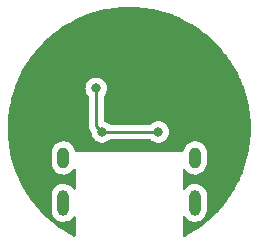
<source format=gbl>
G04 #@! TF.GenerationSoftware,KiCad,Pcbnew,(7.0.0)*
G04 #@! TF.CreationDate,2024-02-07T22:18:46+08:00*
G04 #@! TF.ProjectId,simple charger,73696d70-6c65-4206-9368-61726765722e,rev?*
G04 #@! TF.SameCoordinates,Original*
G04 #@! TF.FileFunction,Copper,L2,Bot*
G04 #@! TF.FilePolarity,Positive*
%FSLAX46Y46*%
G04 Gerber Fmt 4.6, Leading zero omitted, Abs format (unit mm)*
G04 Created by KiCad (PCBNEW (7.0.0)) date 2024-02-07 22:18:46*
%MOMM*%
%LPD*%
G01*
G04 APERTURE LIST*
G04 #@! TA.AperFunction,ComponentPad*
%ADD10O,1.000000X1.800000*%
G04 #@! TD*
G04 #@! TA.AperFunction,ComponentPad*
%ADD11O,1.000000X2.200000*%
G04 #@! TD*
G04 #@! TA.AperFunction,ViaPad*
%ADD12C,0.800000*%
G04 #@! TD*
G04 #@! TA.AperFunction,Conductor*
%ADD13C,0.250000*%
G04 #@! TD*
G04 APERTURE END LIST*
D10*
X105575299Y-102499999D03*
X94424399Y-102499999D03*
D11*
X94424699Y-106299999D03*
X105575299Y-106299999D03*
D12*
X97700000Y-100300000D03*
X97200000Y-96600000D03*
X102474500Y-100300000D03*
D13*
X102474500Y-100300000D02*
X97700000Y-100300000D01*
X97200000Y-99800000D02*
X97700000Y-100300000D01*
X97200000Y-96600000D02*
X97200000Y-99800000D01*
G04 #@! TA.AperFunction,NonConductor*
G36*
X100175013Y-89707987D02*
G01*
X100463990Y-89717018D01*
X100467762Y-89717193D01*
X100809538Y-89738329D01*
X100813373Y-89738628D01*
X101101229Y-89765685D01*
X101104837Y-89766079D01*
X101444730Y-89808279D01*
X101448640Y-89808829D01*
X101734190Y-89853799D01*
X101737585Y-89854383D01*
X102074382Y-89917510D01*
X102078289Y-89918310D01*
X102360466Y-89981019D01*
X102363755Y-89981800D01*
X102696060Y-90065607D01*
X102699968Y-90066663D01*
X102977584Y-90146842D01*
X102980727Y-90147797D01*
X103307276Y-90251971D01*
X103311365Y-90253354D01*
X103583172Y-90350617D01*
X103586201Y-90351746D01*
X103905889Y-90475951D01*
X103909833Y-90477564D01*
X104174957Y-90591574D01*
X104177895Y-90592884D01*
X104489389Y-90736621D01*
X104493351Y-90738537D01*
X104746587Y-90866726D01*
X104750628Y-90868772D01*
X104753372Y-90870205D01*
X105055664Y-91033036D01*
X105059554Y-91035227D01*
X105307957Y-91181130D01*
X105310516Y-91182675D01*
X105602372Y-91363974D01*
X105606275Y-91366502D01*
X105844841Y-91527468D01*
X105847294Y-91529166D01*
X106127502Y-91728202D01*
X106131332Y-91731034D01*
X106359258Y-91906486D01*
X106361462Y-91908226D01*
X106629086Y-92124367D01*
X106632744Y-92127441D01*
X106848987Y-92316533D01*
X106851054Y-92318383D01*
X107105134Y-92550912D01*
X107108699Y-92554308D01*
X107312385Y-92756210D01*
X107314292Y-92758143D01*
X107553773Y-93006157D01*
X107557146Y-93009794D01*
X107747618Y-93223783D01*
X107749284Y-93225696D01*
X107973302Y-93488372D01*
X107976523Y-93492310D01*
X108143317Y-93705088D01*
X108152912Y-93717328D01*
X108154457Y-93719342D01*
X108362111Y-93995712D01*
X108365152Y-93999941D01*
X108526834Y-94235079D01*
X108528202Y-94237111D01*
X108718689Y-94526208D01*
X108721508Y-94530693D01*
X108867908Y-94774990D01*
X108869102Y-94777026D01*
X109041658Y-95077810D01*
X109044237Y-95082540D01*
X109174789Y-95334908D01*
X109175814Y-95336934D01*
X109329800Y-95648447D01*
X109332100Y-95653371D01*
X109446349Y-95912736D01*
X109447210Y-95914740D01*
X109581949Y-96235820D01*
X109583987Y-96240999D01*
X109681545Y-96506249D01*
X109682251Y-96508219D01*
X109797171Y-96837735D01*
X109798911Y-96843115D01*
X109879477Y-97113138D01*
X109880034Y-97115062D01*
X109974628Y-97451866D01*
X109976052Y-97457430D01*
X110039370Y-97730957D01*
X110039788Y-97732826D01*
X110113628Y-98075826D01*
X110114721Y-98081554D01*
X110160670Y-98357496D01*
X110160956Y-98359300D01*
X110213636Y-98707212D01*
X110214383Y-98713086D01*
X110242880Y-98990073D01*
X110243046Y-98991801D01*
X110274271Y-99343625D01*
X110274657Y-99349623D01*
X110285749Y-99626471D01*
X110285804Y-99628118D01*
X110295289Y-99982578D01*
X110295302Y-99988677D01*
X110289121Y-100264120D01*
X110289076Y-100265678D01*
X110276612Y-100621590D01*
X110276241Y-100627768D01*
X110253017Y-100900583D01*
X110252884Y-100902045D01*
X110218311Y-101258220D01*
X110217546Y-101264451D01*
X110177624Y-101533333D01*
X110177414Y-101534698D01*
X110120607Y-101890026D01*
X110119441Y-101896285D01*
X110063280Y-102159930D01*
X110063004Y-102161190D01*
X109983878Y-102514553D01*
X109982304Y-102520814D01*
X109910509Y-102777869D01*
X109910180Y-102779026D01*
X109808649Y-103129401D01*
X109806662Y-103135636D01*
X109719962Y-103384817D01*
X109719592Y-103385867D01*
X109595599Y-103732183D01*
X109593197Y-103738366D01*
X109492480Y-103978379D01*
X109492079Y-103979322D01*
X109345535Y-104320611D01*
X109342717Y-104326714D01*
X109229208Y-104555934D01*
X109228790Y-104556770D01*
X109059431Y-104892388D01*
X109056196Y-104898383D01*
X108931193Y-105115556D01*
X108930768Y-105116288D01*
X108738392Y-105445300D01*
X108734745Y-105451157D01*
X108600054Y-105654622D01*
X108599634Y-105655252D01*
X108383646Y-105977236D01*
X108379590Y-105982929D01*
X108237522Y-106170886D01*
X108237118Y-106171418D01*
X107996568Y-106486131D01*
X107992111Y-106491630D01*
X107845700Y-106662066D01*
X107845322Y-106662504D01*
X107578642Y-106970030D01*
X107573791Y-106975307D01*
X107427344Y-107125673D01*
X107427002Y-107126023D01*
X107131493Y-107427051D01*
X107126260Y-107432078D01*
X106986473Y-107558726D01*
X106986175Y-107558996D01*
X106656833Y-107855446D01*
X106651231Y-107860196D01*
X106530365Y-107956671D01*
X106530121Y-107956865D01*
X106156477Y-108253572D01*
X106150520Y-108258018D01*
X106073936Y-108311678D01*
X106073752Y-108311806D01*
X105633083Y-108619383D01*
X105626672Y-108623570D01*
X105090325Y-108950642D01*
X105083667Y-108954425D01*
X104707402Y-109153115D01*
X104645989Y-109167414D01*
X104585484Y-109149662D01*
X104541532Y-109104448D01*
X104525500Y-109043464D01*
X104525500Y-107546214D01*
X104541081Y-107486036D01*
X104583909Y-107440982D01*
X104643221Y-107422373D01*
X104704111Y-107434887D01*
X104749560Y-107473905D01*
X104749891Y-107474502D01*
X104753981Y-107479266D01*
X104753983Y-107479269D01*
X104804656Y-107538295D01*
X104882434Y-107628895D01*
X104887403Y-107632742D01*
X104887406Y-107632744D01*
X104937770Y-107671728D01*
X105043342Y-107753448D01*
X105048990Y-107756218D01*
X105048991Y-107756219D01*
X105148583Y-107805071D01*
X105226029Y-107843060D01*
X105423015Y-107894063D01*
X105626236Y-107904369D01*
X105827371Y-107873556D01*
X106018187Y-107802886D01*
X106190871Y-107695252D01*
X106338353Y-107555059D01*
X106454595Y-107388049D01*
X106534840Y-107201058D01*
X106575800Y-107001741D01*
X106575800Y-105649258D01*
X106560374Y-105497562D01*
X106499459Y-105303412D01*
X106400709Y-105125498D01*
X106268166Y-104971105D01*
X106263196Y-104967258D01*
X106263193Y-104967255D01*
X106166473Y-104892388D01*
X106107258Y-104846552D01*
X106101612Y-104843782D01*
X106101608Y-104843780D01*
X105930215Y-104759708D01*
X105930210Y-104759706D01*
X105924571Y-104756940D01*
X105918487Y-104755364D01*
X105918485Y-104755364D01*
X105733665Y-104707511D01*
X105733662Y-104707510D01*
X105727585Y-104705937D01*
X105721316Y-104705619D01*
X105721309Y-104705618D01*
X105530645Y-104695949D01*
X105530639Y-104695949D01*
X105524364Y-104695631D01*
X105518152Y-104696582D01*
X105518145Y-104696583D01*
X105329443Y-104725491D01*
X105329433Y-104725493D01*
X105323229Y-104726444D01*
X105317340Y-104728624D01*
X105317332Y-104728627D01*
X105138313Y-104794928D01*
X105138305Y-104794931D01*
X105132413Y-104797114D01*
X105127079Y-104800438D01*
X105127072Y-104800442D01*
X104965065Y-104901421D01*
X104965057Y-104901426D01*
X104959729Y-104904748D01*
X104955175Y-104909076D01*
X104955171Y-104909080D01*
X104816803Y-105040609D01*
X104816797Y-105040615D01*
X104812247Y-105044941D01*
X104808657Y-105050098D01*
X104808656Y-105050100D01*
X104751275Y-105132542D01*
X104704109Y-105173033D01*
X104643220Y-105185546D01*
X104583908Y-105166937D01*
X104541081Y-105121882D01*
X104525500Y-105061705D01*
X104525500Y-103546214D01*
X104541081Y-103486036D01*
X104583909Y-103440982D01*
X104643221Y-103422373D01*
X104704111Y-103434887D01*
X104749560Y-103473905D01*
X104749891Y-103474502D01*
X104753981Y-103479266D01*
X104753983Y-103479269D01*
X104804286Y-103537864D01*
X104882434Y-103628895D01*
X105043342Y-103753448D01*
X105048990Y-103756218D01*
X105048991Y-103756219D01*
X105148583Y-103805071D01*
X105226029Y-103843060D01*
X105423015Y-103894063D01*
X105626236Y-103904369D01*
X105827371Y-103873556D01*
X106018187Y-103802886D01*
X106190871Y-103695252D01*
X106338353Y-103555059D01*
X106454595Y-103388049D01*
X106534840Y-103201058D01*
X106575800Y-103001741D01*
X106575800Y-102049258D01*
X106560374Y-101897562D01*
X106499459Y-101703412D01*
X106400709Y-101525498D01*
X106268166Y-101371105D01*
X106263196Y-101367258D01*
X106263193Y-101367255D01*
X106130381Y-101264451D01*
X106107258Y-101246552D01*
X106101612Y-101243782D01*
X106101608Y-101243780D01*
X105930215Y-101159708D01*
X105930210Y-101159706D01*
X105924571Y-101156940D01*
X105918487Y-101155364D01*
X105918485Y-101155364D01*
X105733665Y-101107511D01*
X105733662Y-101107510D01*
X105727585Y-101105937D01*
X105721316Y-101105619D01*
X105721309Y-101105618D01*
X105530645Y-101095949D01*
X105530639Y-101095949D01*
X105524364Y-101095631D01*
X105518152Y-101096582D01*
X105518145Y-101096583D01*
X105329443Y-101125491D01*
X105329433Y-101125493D01*
X105323229Y-101126444D01*
X105317340Y-101128624D01*
X105317332Y-101128627D01*
X105138313Y-101194928D01*
X105138305Y-101194931D01*
X105132413Y-101197114D01*
X105127079Y-101200438D01*
X105127072Y-101200442D01*
X104965065Y-101301421D01*
X104965057Y-101301426D01*
X104959729Y-101304748D01*
X104955175Y-101309076D01*
X104955171Y-101309080D01*
X104816803Y-101440609D01*
X104816797Y-101440615D01*
X104812247Y-101444941D01*
X104808657Y-101450098D01*
X104808656Y-101450100D01*
X104699595Y-101606792D01*
X104699592Y-101606797D01*
X104696005Y-101611951D01*
X104693529Y-101617719D01*
X104693527Y-101617724D01*
X104618239Y-101793163D01*
X104618236Y-101793171D01*
X104615760Y-101798942D01*
X104614495Y-101805097D01*
X104614493Y-101805104D01*
X104597986Y-101885432D01*
X104595494Y-101897562D01*
X104594898Y-101900460D01*
X104571493Y-101951401D01*
X104528045Y-101986828D01*
X104473436Y-101999500D01*
X95530882Y-101999500D01*
X95476274Y-101986828D01*
X95432827Y-101951402D01*
X95409867Y-101901435D01*
X95409474Y-101897562D01*
X95348559Y-101703412D01*
X95249809Y-101525498D01*
X95117266Y-101371105D01*
X95112296Y-101367258D01*
X95112293Y-101367255D01*
X94979481Y-101264451D01*
X94956358Y-101246552D01*
X94950712Y-101243782D01*
X94950708Y-101243780D01*
X94779315Y-101159708D01*
X94779310Y-101159706D01*
X94773671Y-101156940D01*
X94767587Y-101155364D01*
X94767585Y-101155364D01*
X94582765Y-101107511D01*
X94582762Y-101107510D01*
X94576685Y-101105937D01*
X94570416Y-101105619D01*
X94570409Y-101105618D01*
X94379745Y-101095949D01*
X94379739Y-101095949D01*
X94373464Y-101095631D01*
X94367252Y-101096582D01*
X94367245Y-101096583D01*
X94178543Y-101125491D01*
X94178533Y-101125493D01*
X94172329Y-101126444D01*
X94166440Y-101128624D01*
X94166432Y-101128627D01*
X93987413Y-101194928D01*
X93987405Y-101194931D01*
X93981513Y-101197114D01*
X93976179Y-101200438D01*
X93976172Y-101200442D01*
X93814165Y-101301421D01*
X93814157Y-101301426D01*
X93808829Y-101304748D01*
X93804275Y-101309076D01*
X93804271Y-101309080D01*
X93665903Y-101440609D01*
X93665897Y-101440615D01*
X93661347Y-101444941D01*
X93657757Y-101450098D01*
X93657756Y-101450100D01*
X93548695Y-101606792D01*
X93548692Y-101606797D01*
X93545105Y-101611951D01*
X93542629Y-101617719D01*
X93542627Y-101617724D01*
X93467339Y-101793163D01*
X93467336Y-101793171D01*
X93464860Y-101798942D01*
X93463594Y-101805100D01*
X93463594Y-101805102D01*
X93425165Y-101992100D01*
X93425164Y-101992106D01*
X93423900Y-101998259D01*
X93423900Y-102950742D01*
X93424216Y-102953853D01*
X93424217Y-102953865D01*
X93429086Y-103001741D01*
X93439326Y-103102438D01*
X93500241Y-103296588D01*
X93503292Y-103302086D01*
X93503294Y-103302089D01*
X93570057Y-103422373D01*
X93598991Y-103474502D01*
X93731534Y-103628895D01*
X93892442Y-103753448D01*
X93898090Y-103756218D01*
X93898091Y-103756219D01*
X93997683Y-103805071D01*
X94075129Y-103843060D01*
X94272115Y-103894063D01*
X94475336Y-103904369D01*
X94676471Y-103873556D01*
X94867287Y-103802886D01*
X95039971Y-103695252D01*
X95187453Y-103555059D01*
X95248724Y-103467027D01*
X95295891Y-103426536D01*
X95356780Y-103414023D01*
X95416092Y-103432632D01*
X95458919Y-103477687D01*
X95474500Y-103537864D01*
X95474500Y-105053786D01*
X95458919Y-105113964D01*
X95416091Y-105159018D01*
X95356779Y-105177627D01*
X95295889Y-105165113D01*
X95250439Y-105126094D01*
X95250109Y-105125498D01*
X95242202Y-105116288D01*
X95121659Y-104975873D01*
X95117566Y-104971105D01*
X95112596Y-104967258D01*
X95112593Y-104967255D01*
X95015873Y-104892388D01*
X94956658Y-104846552D01*
X94951012Y-104843782D01*
X94951008Y-104843780D01*
X94779615Y-104759708D01*
X94779610Y-104759706D01*
X94773971Y-104756940D01*
X94767887Y-104755364D01*
X94767885Y-104755364D01*
X94583065Y-104707511D01*
X94583062Y-104707510D01*
X94576985Y-104705937D01*
X94570716Y-104705619D01*
X94570709Y-104705618D01*
X94380045Y-104695949D01*
X94380039Y-104695949D01*
X94373764Y-104695631D01*
X94367552Y-104696582D01*
X94367545Y-104696583D01*
X94178843Y-104725491D01*
X94178833Y-104725493D01*
X94172629Y-104726444D01*
X94166740Y-104728624D01*
X94166732Y-104728627D01*
X93987713Y-104794928D01*
X93987705Y-104794931D01*
X93981813Y-104797114D01*
X93976479Y-104800438D01*
X93976472Y-104800442D01*
X93814465Y-104901421D01*
X93814457Y-104901426D01*
X93809129Y-104904748D01*
X93804575Y-104909076D01*
X93804571Y-104909080D01*
X93666203Y-105040609D01*
X93666197Y-105040615D01*
X93661647Y-105044941D01*
X93658057Y-105050098D01*
X93658056Y-105050100D01*
X93548995Y-105206792D01*
X93548992Y-105206797D01*
X93545405Y-105211951D01*
X93542929Y-105217719D01*
X93542927Y-105217724D01*
X93467639Y-105393163D01*
X93467636Y-105393171D01*
X93465160Y-105398942D01*
X93463894Y-105405100D01*
X93463894Y-105405102D01*
X93425465Y-105592100D01*
X93425464Y-105592106D01*
X93424200Y-105598259D01*
X93424200Y-106950742D01*
X93424516Y-106953853D01*
X93424517Y-106953865D01*
X93429386Y-107001741D01*
X93439626Y-107102438D01*
X93500541Y-107296588D01*
X93503592Y-107302086D01*
X93503594Y-107302089D01*
X93577303Y-107434887D01*
X93599291Y-107474502D01*
X93731834Y-107628895D01*
X93736803Y-107632742D01*
X93736806Y-107632744D01*
X93787170Y-107671728D01*
X93892742Y-107753448D01*
X93898390Y-107756218D01*
X93898391Y-107756219D01*
X93997983Y-107805071D01*
X94075429Y-107843060D01*
X94272415Y-107894063D01*
X94475636Y-107904369D01*
X94676771Y-107873556D01*
X94867587Y-107802886D01*
X95040271Y-107695252D01*
X95187753Y-107555059D01*
X95248724Y-107467458D01*
X95295891Y-107426967D01*
X95356780Y-107414454D01*
X95416092Y-107433063D01*
X95458919Y-107478118D01*
X95474500Y-107538295D01*
X95474500Y-109043464D01*
X95458468Y-109104448D01*
X95414516Y-109149662D01*
X95354011Y-109167414D01*
X95292598Y-109153115D01*
X95200436Y-109104448D01*
X94916321Y-108954419D01*
X94909685Y-108950648D01*
X94373322Y-108623567D01*
X94366916Y-108619383D01*
X93926246Y-108311806D01*
X93926096Y-108311631D01*
X93926064Y-108311678D01*
X93849479Y-108258018D01*
X93843521Y-108253572D01*
X93469877Y-107956865D01*
X93469633Y-107956671D01*
X93348767Y-107860196D01*
X93343165Y-107855445D01*
X93013824Y-107558995D01*
X93013526Y-107558727D01*
X92925826Y-107479271D01*
X92873734Y-107432076D01*
X92868505Y-107427051D01*
X92856139Y-107414454D01*
X92572841Y-107125865D01*
X92426197Y-106975296D01*
X92421368Y-106970043D01*
X92154642Y-106662465D01*
X92154533Y-106662338D01*
X92007860Y-106491597D01*
X92003443Y-106486147D01*
X91762880Y-106171418D01*
X91762476Y-106170886D01*
X91620408Y-105982929D01*
X91616352Y-105977236D01*
X91400364Y-105655252D01*
X91399944Y-105654622D01*
X91358555Y-105592100D01*
X91265252Y-105451155D01*
X91261606Y-105445300D01*
X91175426Y-105297910D01*
X91069180Y-105116201D01*
X91068805Y-105115556D01*
X91033251Y-105053786D01*
X90943787Y-104898356D01*
X90940582Y-104892416D01*
X90771139Y-104556632D01*
X90770846Y-104556047D01*
X90657270Y-104326690D01*
X90654474Y-104320636D01*
X90507800Y-103979044D01*
X90507599Y-103978570D01*
X90406793Y-103738347D01*
X90404407Y-103732203D01*
X90280364Y-103385747D01*
X90280036Y-103384817D01*
X90247249Y-103290584D01*
X90193331Y-103135621D01*
X90191358Y-103129430D01*
X90089767Y-102778848D01*
X90089538Y-102778043D01*
X90017685Y-102520778D01*
X90016127Y-102514581D01*
X89936983Y-102161140D01*
X89936742Y-102160041D01*
X89880546Y-101896229D01*
X89879401Y-101890082D01*
X89822544Y-101534442D01*
X89822413Y-101533587D01*
X89782445Y-101264401D01*
X89781693Y-101258272D01*
X89747108Y-100901989D01*
X89746981Y-100900583D01*
X89723753Y-100627713D01*
X89723389Y-100621647D01*
X89710914Y-100265430D01*
X89710883Y-100264344D01*
X89704696Y-99988640D01*
X89704708Y-99982617D01*
X89714202Y-99627849D01*
X89714240Y-99626716D01*
X89725343Y-99349582D01*
X89725724Y-99343666D01*
X89756954Y-98991772D01*
X89757118Y-98990073D01*
X89785615Y-98713086D01*
X89786359Y-98707233D01*
X89839080Y-98359057D01*
X89839294Y-98357709D01*
X89885286Y-98081504D01*
X89886360Y-98075878D01*
X89960232Y-97732726D01*
X89960604Y-97731063D01*
X90023956Y-97457389D01*
X90025359Y-97451906D01*
X90119980Y-97115005D01*
X90120521Y-97113138D01*
X90201101Y-96843070D01*
X90202812Y-96837780D01*
X90285738Y-96600000D01*
X96294540Y-96600000D01*
X96295219Y-96606460D01*
X96313646Y-96781795D01*
X96313647Y-96781803D01*
X96314326Y-96788256D01*
X96316331Y-96794428D01*
X96316333Y-96794435D01*
X96370813Y-96962105D01*
X96372821Y-96968284D01*
X96467467Y-97132216D01*
X96471811Y-97137041D01*
X96471813Y-97137043D01*
X96542650Y-97215715D01*
X96566264Y-97254249D01*
X96574500Y-97298687D01*
X96574500Y-99722225D01*
X96573978Y-99733280D01*
X96572327Y-99740667D01*
X96572571Y-99748453D01*
X96572571Y-99748461D01*
X96574439Y-99807873D01*
X96574500Y-99811768D01*
X96574500Y-99839350D01*
X96574988Y-99843219D01*
X96574989Y-99843225D01*
X96575004Y-99843343D01*
X96575918Y-99854966D01*
X96577045Y-99890830D01*
X96577046Y-99890837D01*
X96577291Y-99898627D01*
X96579467Y-99906119D01*
X96579468Y-99906121D01*
X96582879Y-99917862D01*
X96586825Y-99936915D01*
X96589336Y-99956792D01*
X96592206Y-99964042D01*
X96592208Y-99964048D01*
X96605414Y-99997404D01*
X96609197Y-100008451D01*
X96621382Y-100050390D01*
X96625353Y-100057105D01*
X96625354Y-100057107D01*
X96631581Y-100067637D01*
X96640136Y-100085099D01*
X96644642Y-100096480D01*
X96644643Y-100096483D01*
X96647514Y-100103732D01*
X96669440Y-100133912D01*
X96673181Y-100139060D01*
X96679593Y-100148822D01*
X96697856Y-100179702D01*
X96697859Y-100179707D01*
X96701830Y-100186420D01*
X96707345Y-100191935D01*
X96715990Y-100200580D01*
X96728626Y-100215374D01*
X96735819Y-100225275D01*
X96735823Y-100225279D01*
X96740406Y-100231587D01*
X96752828Y-100241863D01*
X96783069Y-100278810D01*
X96797109Y-100324446D01*
X96813646Y-100481795D01*
X96813647Y-100481803D01*
X96814326Y-100488256D01*
X96816331Y-100494428D01*
X96816333Y-100494435D01*
X96859656Y-100627768D01*
X96872821Y-100668284D01*
X96967467Y-100832216D01*
X96971811Y-100837041D01*
X96971813Y-100837043D01*
X97061112Y-100936219D01*
X97094129Y-100972888D01*
X97099387Y-100976708D01*
X97099388Y-100976709D01*
X97170699Y-101028519D01*
X97247270Y-101084151D01*
X97420197Y-101161144D01*
X97605354Y-101200500D01*
X97788143Y-101200500D01*
X97794646Y-101200500D01*
X97979803Y-101161144D01*
X98152730Y-101084151D01*
X98305871Y-100972888D01*
X98311601Y-100966523D01*
X98313271Y-100965310D01*
X98315050Y-100963709D01*
X98315218Y-100963895D01*
X98353315Y-100936219D01*
X98403748Y-100925500D01*
X101770752Y-100925500D01*
X101821185Y-100936219D01*
X101859281Y-100963895D01*
X101859450Y-100963709D01*
X101861228Y-100965310D01*
X101862898Y-100966523D01*
X101868629Y-100972888D01*
X101873887Y-100976708D01*
X101873888Y-100976709D01*
X101945199Y-101028519D01*
X102021770Y-101084151D01*
X102194697Y-101161144D01*
X102379854Y-101200500D01*
X102562643Y-101200500D01*
X102569146Y-101200500D01*
X102754303Y-101161144D01*
X102927230Y-101084151D01*
X103080371Y-100972888D01*
X103207033Y-100832216D01*
X103301679Y-100668284D01*
X103360174Y-100488256D01*
X103379960Y-100300000D01*
X103368023Y-100186420D01*
X103360853Y-100118204D01*
X103360852Y-100118203D01*
X103360174Y-100111744D01*
X103301679Y-99931716D01*
X103207033Y-99767784D01*
X103189634Y-99748461D01*
X103084720Y-99631942D01*
X103084719Y-99631941D01*
X103080371Y-99627112D01*
X103075113Y-99623292D01*
X103075111Y-99623290D01*
X102932488Y-99519669D01*
X102932487Y-99519668D01*
X102927230Y-99515849D01*
X102921292Y-99513205D01*
X102760245Y-99441501D01*
X102760240Y-99441499D01*
X102754303Y-99438856D01*
X102747944Y-99437504D01*
X102747940Y-99437503D01*
X102575508Y-99400852D01*
X102575505Y-99400851D01*
X102569146Y-99399500D01*
X102379854Y-99399500D01*
X102373495Y-99400851D01*
X102373491Y-99400852D01*
X102201059Y-99437503D01*
X102201052Y-99437505D01*
X102194697Y-99438856D01*
X102188762Y-99441498D01*
X102188754Y-99441501D01*
X102027707Y-99513205D01*
X102027702Y-99513207D01*
X102021770Y-99515849D01*
X102016516Y-99519665D01*
X102016511Y-99519669D01*
X101873888Y-99623290D01*
X101873881Y-99623295D01*
X101868629Y-99627112D01*
X101864280Y-99631941D01*
X101864281Y-99631941D01*
X101862899Y-99633476D01*
X101861228Y-99634689D01*
X101859450Y-99636291D01*
X101859281Y-99636104D01*
X101821185Y-99663781D01*
X101770752Y-99674500D01*
X98403748Y-99674500D01*
X98353315Y-99663781D01*
X98315218Y-99636104D01*
X98315050Y-99636291D01*
X98313271Y-99634689D01*
X98311601Y-99633476D01*
X98305871Y-99627112D01*
X98300613Y-99623292D01*
X98300611Y-99623290D01*
X98157988Y-99519669D01*
X98157987Y-99519668D01*
X98152730Y-99515849D01*
X98146792Y-99513205D01*
X97985745Y-99441501D01*
X97985740Y-99441499D01*
X97979803Y-99438856D01*
X97973444Y-99437504D01*
X97973440Y-99437503D01*
X97923719Y-99426935D01*
X97873158Y-99403358D01*
X97838050Y-99360003D01*
X97825500Y-99305645D01*
X97825500Y-97298687D01*
X97833736Y-97254249D01*
X97857350Y-97215715D01*
X97858742Y-97214169D01*
X97932533Y-97132216D01*
X98027179Y-96968284D01*
X98085674Y-96788256D01*
X98105460Y-96600000D01*
X98085674Y-96411744D01*
X98027179Y-96231716D01*
X97932533Y-96067784D01*
X97805871Y-95927112D01*
X97800613Y-95923292D01*
X97800611Y-95923290D01*
X97657988Y-95819669D01*
X97657987Y-95819668D01*
X97652730Y-95815849D01*
X97646792Y-95813205D01*
X97485745Y-95741501D01*
X97485740Y-95741499D01*
X97479803Y-95738856D01*
X97473444Y-95737504D01*
X97473440Y-95737503D01*
X97301008Y-95700852D01*
X97301005Y-95700851D01*
X97294646Y-95699500D01*
X97105354Y-95699500D01*
X97098995Y-95700851D01*
X97098991Y-95700852D01*
X96926559Y-95737503D01*
X96926552Y-95737505D01*
X96920197Y-95738856D01*
X96914262Y-95741498D01*
X96914254Y-95741501D01*
X96753207Y-95813205D01*
X96753202Y-95813207D01*
X96747270Y-95815849D01*
X96742016Y-95819665D01*
X96742011Y-95819669D01*
X96599388Y-95923290D01*
X96599381Y-95923295D01*
X96594129Y-95927112D01*
X96589784Y-95931937D01*
X96589779Y-95931942D01*
X96471813Y-96062956D01*
X96471808Y-96062962D01*
X96467467Y-96067784D01*
X96464222Y-96073404D01*
X96464218Y-96073410D01*
X96376069Y-96226089D01*
X96376066Y-96226094D01*
X96372821Y-96231716D01*
X96370815Y-96237888D01*
X96370813Y-96237894D01*
X96316333Y-96405564D01*
X96316331Y-96405573D01*
X96314326Y-96411744D01*
X96313648Y-96418194D01*
X96313646Y-96418204D01*
X96304186Y-96508219D01*
X96294540Y-96600000D01*
X90285738Y-96600000D01*
X90317788Y-96508101D01*
X90318424Y-96506329D01*
X90416022Y-96240970D01*
X90418031Y-96235863D01*
X90552842Y-95914612D01*
X90553560Y-95912942D01*
X90667932Y-95653296D01*
X90670161Y-95648524D01*
X90824210Y-95336882D01*
X90825182Y-95334960D01*
X90955789Y-95082487D01*
X90958310Y-95077864D01*
X91130991Y-94776863D01*
X91131996Y-94775149D01*
X91278513Y-94530655D01*
X91281284Y-94526246D01*
X91471886Y-94236976D01*
X91473075Y-94235210D01*
X91634884Y-93999887D01*
X91637848Y-93995765D01*
X91845598Y-93719266D01*
X91846996Y-93717444D01*
X92023522Y-93492251D01*
X92026646Y-93488432D01*
X92250807Y-93225587D01*
X92252287Y-93223890D01*
X92442901Y-93009740D01*
X92446175Y-93006210D01*
X92685792Y-92758055D01*
X92687533Y-92756290D01*
X92891362Y-92554247D01*
X92894814Y-92550959D01*
X93149013Y-92318320D01*
X93150924Y-92316610D01*
X93367304Y-92127398D01*
X93370861Y-92124409D01*
X93638626Y-91908154D01*
X93640660Y-91906548D01*
X93868714Y-91730997D01*
X93872447Y-91728238D01*
X94152790Y-91529105D01*
X94155126Y-91527489D01*
X94393755Y-91366480D01*
X94397577Y-91364005D01*
X94689554Y-91182631D01*
X94691969Y-91181173D01*
X94940492Y-91035199D01*
X94944288Y-91033062D01*
X95246692Y-90870169D01*
X95249307Y-90868804D01*
X95506691Y-90738515D01*
X95510566Y-90736641D01*
X95822162Y-90592857D01*
X95824985Y-90591598D01*
X96090205Y-90477548D01*
X96094071Y-90475966D01*
X96413849Y-90351727D01*
X96416777Y-90350634D01*
X96688669Y-90253342D01*
X96692684Y-90251983D01*
X97019315Y-90147783D01*
X97022375Y-90146853D01*
X97300060Y-90066655D01*
X97303909Y-90065614D01*
X97636277Y-89981791D01*
X97639501Y-89981026D01*
X97921733Y-89918305D01*
X97925593Y-89917515D01*
X98262438Y-89854379D01*
X98265786Y-89853802D01*
X98551375Y-89808827D01*
X98555252Y-89808281D01*
X98895177Y-89766077D01*
X98898756Y-89765686D01*
X99186636Y-89738627D01*
X99190451Y-89738330D01*
X99532243Y-89717193D01*
X99536003Y-89717018D01*
X99824986Y-89707987D01*
X99828859Y-89707928D01*
X100171141Y-89707928D01*
X100175013Y-89707987D01*
G37*
G04 #@! TD.AperFunction*
M02*

</source>
